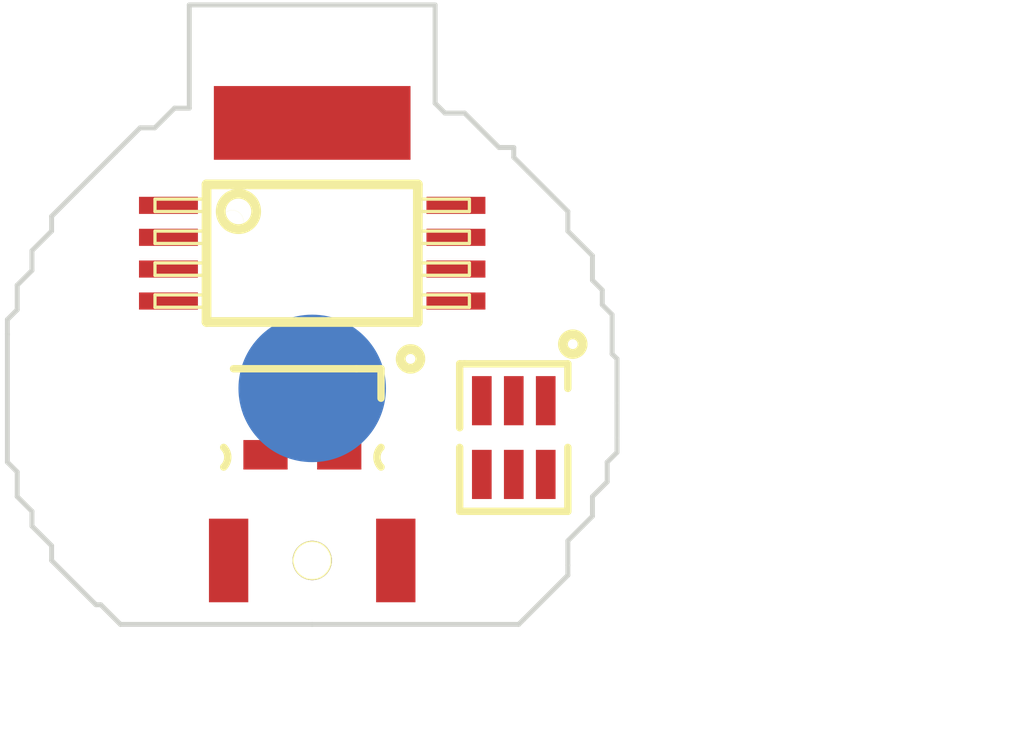
<source format=kicad_pcb>
(kicad_pcb (version 3) (host pcbnew "(2013-jul-07)-stable")

  (general
    (links 12)
    (no_connects 12)
    (area 43.204795 42.099999 68.446914 57.100001)
    (thickness 1.6)
    (drawings 72)
    (tracks 0)
    (zones 0)
    (modules 6)
    (nets 9)
  )

  (page A3)
  (layers
    (15 F.Cu signal)
    (0 B.Cu signal)
    (16 B.Adhes user)
    (17 F.Adhes user)
    (18 B.Paste user)
    (19 F.Paste user)
    (20 B.SilkS user)
    (21 F.SilkS user)
    (22 B.Mask user)
    (23 F.Mask user)
    (24 Dwgs.User user)
    (25 Cmts.User user)
    (26 Eco1.User user)
    (27 Eco2.User user)
    (28 Edge.Cuts user)
  )

  (setup
    (last_trace_width 0.254)
    (trace_clearance 0.254)
    (zone_clearance 0.508)
    (zone_45_only no)
    (trace_min 0.254)
    (segment_width 0.2)
    (edge_width 0.1)
    (via_size 0.889)
    (via_drill 0.635)
    (via_min_size 0.889)
    (via_min_drill 0.508)
    (uvia_size 0.508)
    (uvia_drill 0.127)
    (uvias_allowed no)
    (uvia_min_size 0.508)
    (uvia_min_drill 0.127)
    (pcb_text_width 0.3)
    (pcb_text_size 1.5 1.5)
    (mod_edge_width 0.15)
    (mod_text_size 1 1)
    (mod_text_width 0.15)
    (pad_size 4 1.5)
    (pad_drill 0)
    (pad_to_mask_clearance 0)
    (aux_axis_origin 0 0)
    (visible_elements FFFFFFBF)
    (pcbplotparams
      (layerselection 3178497)
      (usegerberextensions true)
      (excludeedgelayer true)
      (linewidth 0.150000)
      (plotframeref false)
      (viasonmask false)
      (mode 1)
      (useauxorigin false)
      (hpglpennumber 1)
      (hpglpenspeed 20)
      (hpglpendiameter 15)
      (hpglpenoverlay 2)
      (psnegative false)
      (psa4output false)
      (plotreference true)
      (plotvalue true)
      (plotothertext true)
      (plotinvisibletext false)
      (padsonsilk false)
      (subtractmaskfromsilk false)
      (outputformat 1)
      (mirror false)
      (drillshape 1)
      (scaleselection 1)
      (outputdirectory ""))
  )

  (net 0 "")
  (net 1 N-000001)
  (net 2 N-0000010)
  (net 3 N-000002)
  (net 4 N-000003)
  (net 5 N-000004)
  (net 6 N-000005)
  (net 7 N-000006)
  (net 8 N-000009)

  (net_class Default "This is the default net class."
    (clearance 0.254)
    (trace_width 0.254)
    (via_dia 0.889)
    (via_drill 0.635)
    (uvia_dia 0.508)
    (uvia_drill 0.127)
    (add_net "")
    (add_net N-000001)
    (add_net N-0000010)
    (add_net N-000002)
    (add_net N-000003)
    (add_net N-000004)
    (add_net N-000005)
    (add_net N-000006)
    (add_net N-000009)
  )

  (module 1PIN_SMD (layer F.Cu) (tedit 553BFB58) (tstamp 553954F5)
    (at 50 44.6)
    (descr "module 1 pin (ou trou mecanique de percage)")
    (tags DEV)
    (path /55394D54)
    (fp_text reference PV+1 (at 0 -1.5) (layer F.SilkS) hide
      (effects (font (size 1.016 1.016) (thickness 0.254)))
    )
    (fp_text value CONNECTOR (at 0 1.75) (layer F.SilkS) hide
      (effects (font (size 1.016 1.016) (thickness 0.254)))
    )
    (pad 1 smd rect (at 0 0) (size 4 1.5)
      (layers F.Cu F.Paste F.Mask)
      (net 7 N-000006)
    )
  )

  (module 1PIN_SMD (layer B.Cu) (tedit 55397601) (tstamp 553974A5)
    (at 50 50)
    (descr "module 1 pin (ou trou mecanique de percage)")
    (tags DEV)
    (path /55394D61)
    (fp_text reference PGND1 (at 0 3.50012) (layer B.SilkS) hide
      (effects (font (size 1.016 1.016) (thickness 0.254)) (justify mirror))
    )
    (fp_text value CONNECTOR (at 0.24892 -3.74904) (layer B.SilkS) hide
      (effects (font (size 1.016 1.016) (thickness 0.254)) (justify mirror))
    )
    (pad 1 smd circle (at 0 0) (size 3 3)
      (layers B.Cu B.Paste B.Mask)
      (net 2 N-0000010)
    )
  )

  (module TCS34725 (layer F.Cu) (tedit 550F1FE4) (tstamp 553C2719)
    (at 54.1 51 90)
    (path /55394A42)
    (fp_text reference IC-TCS3472 (at 0 -1.6 90) (layer F.SilkS) hide
      (effects (font (size 1 1) (thickness 0.15)))
    )
    (fp_text value TCS3472 (at 0 1.8 90) (layer F.SilkS) hide
      (effects (font (size 1 1) (thickness 0.15)))
    )
    (fp_line (start -0.2 -1.1) (end -1.5 -1.1) (layer F.SilkS) (width 0.15))
    (fp_line (start -1.5 -1.1) (end -1.5 1.1) (layer F.SilkS) (width 0.15))
    (fp_line (start -1.5 1.1) (end -0.2 1.1) (layer F.SilkS) (width 0.15))
    (fp_line (start 1 1.1) (end 1.5 1.1) (layer F.SilkS) (width 0.15))
    (fp_line (start 1.5 1.1) (end 1.5 -1) (layer F.SilkS) (width 0.15))
    (fp_line (start 1.5 -1) (end 1.5 -1.1) (layer F.SilkS) (width 0.15))
    (fp_line (start 1.5 -1.1) (end 0.2 -1.1) (layer F.SilkS) (width 0.15))
    (pad 1 smd rect (at 0.75 0.65 90) (size 1 0.4)
      (layers F.Cu F.Paste F.Mask)
      (net 7 N-000006)
    )
    (pad 2 smd rect (at 0.75 0 90) (size 1 0.4)
      (layers F.Cu F.Paste F.Mask)
      (net 4 N-000003)
    )
    (pad 3 smd rect (at 0.75 -0.65 90) (size 1 0.4)
      (layers F.Cu F.Paste F.Mask)
      (net 2 N-0000010)
    )
    (pad 4 smd rect (at -0.75 -0.65 90) (size 1 0.4)
      (layers F.Cu F.Paste F.Mask)
    )
    (pad 5 smd rect (at -0.75 0 90) (size 1 0.4)
      (layers F.Cu F.Paste F.Mask)
    )
    (pad 6 smd rect (at -0.75 0.65 90) (size 1 0.4)
      (layers F.Cu F.Paste F.Mask)
      (net 3 N-000002)
    )
  )

  (module SW_en-b3u-3615 (layer F.Cu) (tedit 5538140D) (tstamp 553C04B3)
    (at 50 53.5 180)
    (path /55394B50)
    (fp_text reference SW1 (at 0 1.8 180) (layer F.SilkS) hide
      (effects (font (size 1 1) (thickness 0.15)))
    )
    (fp_text value SW_PUSH (at 0 -1.9 180) (layer F.SilkS) hide
      (effects (font (size 1 1) (thickness 0.15)))
    )
    (fp_line (start -1.5 -1.25) (end 0 -1.25) (layer Dwgs.User) (width 0.15))
    (fp_line (start 0 1.25) (end 1.5 1.25) (layer Dwgs.User) (width 0.15))
    (fp_line (start 1.5 1.25) (end -1.5 1.25) (layer Dwgs.User) (width 0.15))
    (fp_line (start 0 -1.25) (end 0.25 -1.25) (layer Dwgs.User) (width 0.15))
    (fp_line (start 0.25 -1.25) (end 1.5 -1.25) (layer Dwgs.User) (width 0.15))
    (fp_line (start 0 1.25) (end 0.25 1.25) (layer Dwgs.User) (width 0.15))
    (pad 1 smd rect (at -1.7 0 180) (size 0.8 1.7)
      (layers F.Cu F.Paste F.Mask)
      (net 8 N-000009)
    )
    (pad 2 smd rect (at 1.7 0 180) (size 0.8 1.7)
      (layers F.Cu F.Paste F.Mask)
      (net 2 N-0000010)
    )
    (pad "" thru_hole circle (at 0 0 180) (size 0.8 0.8) (drill 0.75)
      (layers *.Cu *.Mask F.SilkS)
    )
  )

  (module HSMF-C114 (layer F.Cu) (tedit 550F0998) (tstamp 553C2769)
    (at 49.8 50.8 180)
    (path /55394A87)
    (fp_text reference LED1 (at 0 -1.7 180) (layer F.SilkS) hide
      (effects (font (size 1 1) (thickness 0.15)))
    )
    (fp_text value LED_ARGB (at 0.5 2.2 180) (layer F.SilkS) hide
      (effects (font (size 1 1) (thickness 0.15)))
    )
    (fp_arc (start 1.8 -0.6) (end 1.6 -0.4) (angle 90) (layer F.SilkS) (width 0.15))
    (fp_arc (start -1.8 -0.6) (end -1.6 -0.8) (angle 90) (layer F.SilkS) (width 0.15))
    (fp_line (start -1.1 1.2) (end 1.4 1.2) (layer F.SilkS) (width 0.15))
    (fp_line (start -1.6 0.6) (end -1.6 1.2) (layer F.SilkS) (width 0.15))
    (fp_line (start -1.6 1.2) (end -1.1 1.2) (layer F.SilkS) (width 0.15))
    (pad 1 smd rect (at -0.75 0.55 180) (size 0.9 0.6)
      (layers F.Cu F.Paste F.Mask)
      (net 7 N-000006)
    )
    (pad 2 smd rect (at -0.75 -0.55 180) (size 0.9 0.6)
      (layers F.Cu F.Paste F.Mask)
      (net 1 N-000001)
    )
    (pad 3 smd rect (at 0.75 -0.55 180) (size 0.9 0.6)
      (layers F.Cu F.Paste F.Mask)
      (net 6 N-000005)
    )
    (pad 4 smd rect (at 0.75 0.55 180) (size 0.9 0.6)
      (layers F.Cu F.Paste F.Mask)
      (net 5 N-000004)
    )
  )

  (module analog-devices-TSSOP8 (layer F.Cu) (tedit 553976DB) (tstamp 55395E0F)
    (at 50 47.25)
    (descr TSSOP)
    (tags TSSOP)
    (path /55394A25)
    (attr smd)
    (fp_text reference IC-ATTINY45 (at 0.24892 0) (layer F.SilkS) hide
      (effects (font (size 0.50038 0.50038) (thickness 0.09906)))
    )
    (fp_text value ATTINY45-S (at 0.5588 2.28854) (layer F.SilkS) hide
      (effects (font (size 1.27 1.27) (thickness 0.0889)))
    )
    (fp_line (start -3.19786 -0.84836) (end -2.19964 -0.84836) (layer F.SilkS) (width 0.06604))
    (fp_line (start -2.19964 -0.84836) (end -2.19964 -1.09982) (layer F.SilkS) (width 0.06604))
    (fp_line (start -3.19786 -1.09982) (end -2.19964 -1.09982) (layer F.SilkS) (width 0.06604))
    (fp_line (start -3.19786 -0.84836) (end -3.19786 -1.09982) (layer F.SilkS) (width 0.06604))
    (fp_line (start -3.19786 -0.19812) (end -2.19964 -0.19812) (layer F.SilkS) (width 0.06604))
    (fp_line (start -2.19964 -0.19812) (end -2.19964 -0.44958) (layer F.SilkS) (width 0.06604))
    (fp_line (start -3.19786 -0.44958) (end -2.19964 -0.44958) (layer F.SilkS) (width 0.06604))
    (fp_line (start -3.19786 -0.19812) (end -3.19786 -0.44958) (layer F.SilkS) (width 0.06604))
    (fp_line (start -3.19786 0.44958) (end -2.19964 0.44958) (layer F.SilkS) (width 0.06604))
    (fp_line (start -2.19964 0.44958) (end -2.19964 0.19812) (layer F.SilkS) (width 0.06604))
    (fp_line (start -3.19786 0.19812) (end -2.19964 0.19812) (layer F.SilkS) (width 0.06604))
    (fp_line (start -3.19786 0.44958) (end -3.19786 0.19812) (layer F.SilkS) (width 0.06604))
    (fp_line (start -3.19786 1.09982) (end -2.19964 1.09982) (layer F.SilkS) (width 0.06604))
    (fp_line (start -2.19964 1.09982) (end -2.19964 0.84836) (layer F.SilkS) (width 0.06604))
    (fp_line (start -3.19786 0.84836) (end -2.19964 0.84836) (layer F.SilkS) (width 0.06604))
    (fp_line (start -3.19786 1.09982) (end -3.19786 0.84836) (layer F.SilkS) (width 0.06604))
    (fp_line (start 2.19964 1.09982) (end 3.19786 1.09982) (layer F.SilkS) (width 0.06604))
    (fp_line (start 3.19786 1.09982) (end 3.19786 0.84836) (layer F.SilkS) (width 0.06604))
    (fp_line (start 2.19964 0.84836) (end 3.19786 0.84836) (layer F.SilkS) (width 0.06604))
    (fp_line (start 2.19964 1.09982) (end 2.19964 0.84836) (layer F.SilkS) (width 0.06604))
    (fp_line (start 2.19964 0.44958) (end 3.19786 0.44958) (layer F.SilkS) (width 0.06604))
    (fp_line (start 3.19786 0.44958) (end 3.19786 0.19812) (layer F.SilkS) (width 0.06604))
    (fp_line (start 2.19964 0.19812) (end 3.19786 0.19812) (layer F.SilkS) (width 0.06604))
    (fp_line (start 2.19964 0.44958) (end 2.19964 0.19812) (layer F.SilkS) (width 0.06604))
    (fp_line (start 2.19964 -0.19812) (end 3.19786 -0.19812) (layer F.SilkS) (width 0.06604))
    (fp_line (start 3.19786 -0.19812) (end 3.19786 -0.44958) (layer F.SilkS) (width 0.06604))
    (fp_line (start 2.19964 -0.44958) (end 3.19786 -0.44958) (layer F.SilkS) (width 0.06604))
    (fp_line (start 2.19964 -0.19812) (end 2.19964 -0.44958) (layer F.SilkS) (width 0.06604))
    (fp_line (start 2.19964 -0.84836) (end 3.19786 -0.84836) (layer F.SilkS) (width 0.06604))
    (fp_line (start 3.19786 -0.84836) (end 3.19786 -1.09982) (layer F.SilkS) (width 0.06604))
    (fp_line (start 2.19964 -1.09982) (end 3.19786 -1.09982) (layer F.SilkS) (width 0.06604))
    (fp_line (start 2.19964 -0.84836) (end 2.19964 -1.09982) (layer F.SilkS) (width 0.06604))
    (fp_line (start -2.14884 1.39954) (end 2.14884 1.39954) (layer F.SilkS) (width 0.19812))
    (fp_line (start 2.14884 1.39954) (end 2.14884 -1.39954) (layer F.SilkS) (width 0.19812))
    (fp_line (start 2.14884 -1.39954) (end -2.14884 -1.39954) (layer F.SilkS) (width 0.19812))
    (fp_line (start -2.14884 -1.39954) (end -2.14884 1.39954) (layer F.SilkS) (width 0.19812))
    (fp_circle (center -1.62306 -0.6477) (end -1.78308 -0.80772) (layer F.SilkS) (width 0.00254))
    (pad 1 smd rect (at -2.92354 -0.97282) (size 1.19888 0.34798)
      (layers F.Cu F.Paste F.Mask)
      (net 8 N-000009)
    )
    (pad 2 smd rect (at -2.92354 -0.32258) (size 1.19888 0.34798)
      (layers F.Cu F.Paste F.Mask)
      (net 5 N-000004)
    )
    (pad 3 smd rect (at -2.92354 0.32258) (size 1.19888 0.34798)
      (layers F.Cu F.Paste F.Mask)
      (net 6 N-000005)
    )
    (pad 4 smd rect (at -2.92354 0.97282) (size 1.19888 0.34798)
      (layers F.Cu F.Paste F.Mask)
      (net 2 N-0000010)
    )
    (pad 5 smd rect (at 2.92354 0.97282) (size 1.19888 0.34798)
      (layers F.Cu F.Paste F.Mask)
      (net 3 N-000002)
    )
    (pad 6 smd rect (at 2.92354 0.32258) (size 1.19888 0.34798)
      (layers F.Cu F.Paste F.Mask)
      (net 1 N-000001)
    )
    (pad 7 smd rect (at 2.92354 -0.32258) (size 1.19888 0.34798)
      (layers F.Cu F.Paste F.Mask)
      (net 4 N-000003)
    )
    (pad 8 smd rect (at 2.92354 -0.97282) (size 1.19888 0.34798)
      (layers F.Cu F.Paste F.Mask)
      (net 7 N-000006)
    )
  )

  (gr_line (start 55.2 53.6) (end 55.2 53.1) (angle 90) (layer Edge.Cuts) (width 0.1))
  (gr_line (start 50 54.8) (end 46.1 54.8) (angle 90) (layer Edge.Cuts) (width 0.1))
  (gr_line (start 45.7 54.4) (end 45.6 54.4) (angle 90) (layer Edge.Cuts) (width 0.1))
  (gr_line (start 46.1 54.8) (end 45.7 54.4) (angle 90) (layer Edge.Cuts) (width 0.1))
  (gr_line (start 55.2 53.8) (end 55.2 53.6) (angle 90) (layer Edge.Cuts) (width 0.1))
  (gr_line (start 54.3 54.7) (end 55.2 53.8) (angle 90) (layer Edge.Cuts) (width 0.1))
  (gr_line (start 54.2 54.8) (end 54.3 54.7) (angle 90) (layer Edge.Cuts) (width 0.1))
  (gr_line (start 50 54.8) (end 54.2 54.8) (angle 90) (layer Edge.Cuts) (width 0.1))
  (dimension 0.8 (width 0.3) (layer Dwgs.User)
    (gr_text "0.800 mm" (at 57.749999 55.9 270) (layer Dwgs.User)
      (effects (font (size 1.5 1.5) (thickness 0.3)))
    )
    (feature1 (pts (xy 50.7 56.3) (xy 59.099999 56.3)))
    (feature2 (pts (xy 50.7 55.5) (xy 59.099999 55.5)))
    (crossbar (pts (xy 56.399999 55.5) (xy 56.399999 56.3)))
    (arrow1a (pts (xy 56.399999 56.3) (xy 55.813579 55.173497)))
    (arrow1b (pts (xy 56.399999 56.3) (xy 56.986419 55.173497)))
    (arrow2a (pts (xy 56.399999 55.5) (xy 55.813579 56.626503)))
    (arrow2b (pts (xy 56.399999 55.5) (xy 56.986419 56.626503)))
  )
  (gr_line (start 50 53.5) (end 50 55.5) (angle 90) (layer Dwgs.User) (width 0.2))
  (dimension 12.600397 (width 0.3) (layer Dwgs.User)
    (gr_text "12.600 mm" (at 61.796914 50.094022 89.54528114) (layer Dwgs.User)
      (effects (font (size 1.5 1.5) (thickness 0.3)))
    )
    (feature1 (pts (xy 49.9 56.3) (xy 63.096871 56.404736)))
    (feature2 (pts (xy 50 43.7) (xy 63.196871 43.804736)))
    (crossbar (pts (xy 60.496957 43.783309) (xy 60.396957 56.383309)))
    (arrow1a (pts (xy 60.396957 56.383309) (xy 59.819495 55.252187)))
    (arrow1b (pts (xy 60.396957 56.383309) (xy 60.992299 55.261495)))
    (arrow2a (pts (xy 60.496957 43.783309) (xy 59.901615 44.905123)))
    (arrow2b (pts (xy 60.496957 43.783309) (xy 61.074419 44.914431)))
  )
  (gr_circle (center 52 49.4) (end 52 49.2) (layer F.SilkS) (width 0.2))
  (gr_circle (center 48.5 46.4) (end 48.8 46.6) (layer F.SilkS) (width 0.2))
  (gr_circle (center 55.3 49.1) (end 55.3 48.9) (layer F.SilkS) (width 0.2))
  (gr_line (start 47.5 44.3) (end 47.5 42.2) (angle 90) (layer Edge.Cuts) (width 0.1))
  (gr_line (start 47.2 44.3) (end 47.5 44.3) (angle 90) (layer Edge.Cuts) (width 0.1))
  (gr_line (start 47 44.5) (end 47.2 44.3) (angle 90) (layer Edge.Cuts) (width 0.1))
  (gr_line (start 46.8 44.7) (end 47 44.5) (angle 90) (layer Edge.Cuts) (width 0.1))
  (gr_line (start 46.5 44.7) (end 46.8 44.7) (angle 90) (layer Edge.Cuts) (width 0.1))
  (gr_line (start 46 45.2) (end 46.5 44.7) (angle 90) (layer Edge.Cuts) (width 0.1))
  (gr_line (start 45.5 45.7) (end 46 45.2) (angle 90) (layer Edge.Cuts) (width 0.1))
  (gr_line (start 45.2 46) (end 45.5 45.7) (angle 90) (layer Edge.Cuts) (width 0.1))
  (gr_line (start 44.7 46.5) (end 45.2 46) (angle 90) (layer Edge.Cuts) (width 0.1))
  (gr_line (start 44.7 46.8) (end 44.7 46.5) (angle 90) (layer Edge.Cuts) (width 0.1))
  (gr_line (start 44.3 47.2) (end 44.7 46.8) (angle 90) (layer Edge.Cuts) (width 0.1))
  (gr_line (start 44.3 47.6) (end 44.3 47.2) (angle 90) (layer Edge.Cuts) (width 0.1))
  (gr_line (start 44 47.9) (end 44.3 47.6) (angle 90) (layer Edge.Cuts) (width 0.1))
  (gr_line (start 44 48.4) (end 44 47.9) (angle 90) (layer Edge.Cuts) (width 0.1))
  (gr_line (start 43.8 48.6) (end 44 48.4) (angle 90) (layer Edge.Cuts) (width 0.1))
  (gr_line (start 43.8 48.9) (end 43.8 48.6) (angle 90) (layer Edge.Cuts) (width 0.1))
  (gr_line (start 43.8 51.5) (end 43.8 48.9) (angle 90) (layer Edge.Cuts) (width 0.1))
  (gr_line (start 44 51.7) (end 43.8 51.5) (angle 90) (layer Edge.Cuts) (width 0.1))
  (gr_line (start 44 52.2) (end 44 51.7) (angle 90) (layer Edge.Cuts) (width 0.1))
  (gr_line (start 44.3 52.5) (end 44 52.2) (angle 90) (layer Edge.Cuts) (width 0.1))
  (gr_line (start 44.3 52.8) (end 44.3 52.5) (angle 90) (layer Edge.Cuts) (width 0.1))
  (gr_line (start 44.7 53.2) (end 44.3 52.8) (angle 90) (layer Edge.Cuts) (width 0.1))
  (gr_line (start 44.7 53.5) (end 44.7 53.2) (angle 90) (layer Edge.Cuts) (width 0.1))
  (gr_line (start 45.6 54.4) (end 44.7 53.5) (angle 90) (layer Edge.Cuts) (width 0.1))
  (gr_line (start 55.5 52.8) (end 55.2 53.1) (angle 90) (layer Edge.Cuts) (width 0.1))
  (gr_line (start 55.7 52.6) (end 55.5 52.8) (angle 90) (layer Edge.Cuts) (width 0.1))
  (gr_line (start 55.7 52.2) (end 55.7 52.6) (angle 90) (layer Edge.Cuts) (width 0.1))
  (gr_line (start 56 51.9) (end 55.7 52.2) (angle 90) (layer Edge.Cuts) (width 0.1))
  (gr_line (start 56 51.5) (end 56 51.9) (angle 90) (layer Edge.Cuts) (width 0.1))
  (gr_line (start 56.2 51.3) (end 56 51.5) (angle 90) (layer Edge.Cuts) (width 0.1))
  (gr_line (start 56.2 51) (end 56.2 51.3) (angle 90) (layer Edge.Cuts) (width 0.1))
  (gr_line (start 56.2 50.3) (end 56.2 51) (angle 90) (layer Edge.Cuts) (width 0.1))
  (gr_line (start 56.2 49.4) (end 56.2 50.3) (angle 90) (layer Edge.Cuts) (width 0.1))
  (gr_line (start 56.1 49.3) (end 56.2 49.4) (angle 90) (layer Edge.Cuts) (width 0.1))
  (gr_line (start 56.1 48.5) (end 56.1 49.3) (angle 90) (layer Edge.Cuts) (width 0.1))
  (gr_line (start 55.9 48.3) (end 56.1 48.5) (angle 90) (layer Edge.Cuts) (width 0.1))
  (gr_line (start 55.9 48) (end 55.9 48.3) (angle 90) (layer Edge.Cuts) (width 0.1))
  (gr_line (start 55.7 47.8) (end 55.9 48) (angle 90) (layer Edge.Cuts) (width 0.1))
  (gr_line (start 55.7 47.3) (end 55.7 47.8) (angle 90) (layer Edge.Cuts) (width 0.1))
  (gr_line (start 55.2 46.8) (end 55.7 47.3) (angle 90) (layer Edge.Cuts) (width 0.1))
  (gr_line (start 55.2 46.4) (end 55.2 46.8) (angle 90) (layer Edge.Cuts) (width 0.1))
  (gr_line (start 54.9 46.1) (end 55.2 46.4) (angle 90) (layer Edge.Cuts) (width 0.1))
  (gr_line (start 54.4 45.6) (end 54.9 46.1) (angle 90) (layer Edge.Cuts) (width 0.1))
  (gr_line (start 54.1 45.3) (end 54.4 45.6) (angle 90) (layer Edge.Cuts) (width 0.1))
  (gr_line (start 54.1 45.1) (end 54.1 45.3) (angle 90) (layer Edge.Cuts) (width 0.1))
  (gr_line (start 53.8 45.1) (end 54.1 45.1) (angle 90) (layer Edge.Cuts) (width 0.1))
  (gr_line (start 53.4 44.7) (end 53.8 45.1) (angle 90) (layer Edge.Cuts) (width 0.1))
  (gr_line (start 53.1 44.4) (end 53.4 44.7) (angle 90) (layer Edge.Cuts) (width 0.1))
  (gr_line (start 52.7 44.4) (end 53.1 44.4) (angle 90) (layer Edge.Cuts) (width 0.1))
  (gr_line (start 52.5 44.2) (end 52.7 44.4) (angle 90) (layer Edge.Cuts) (width 0.1))
  (gr_line (start 52.5 42.2) (end 52.5 44.2) (angle 90) (layer Edge.Cuts) (width 0.1))
  (gr_line (start 47.5 42.2) (end 52.5 42.2) (angle 90) (layer Edge.Cuts) (width 0.1))
  (gr_line (start 47.5 42.2) (end 47.5 44.2) (angle 90) (layer Dwgs.User) (width 0.2))
  (gr_line (start 50 42.2) (end 47.5 42.2) (angle 90) (layer Dwgs.User) (width 0.2))
  (gr_line (start 52.5 42.2) (end 52.5 44.2) (angle 90) (layer Dwgs.User) (width 0.2))
  (gr_line (start 50 42.2) (end 52.5 42.2) (angle 90) (layer Dwgs.User) (width 0.2))
  (gr_line (start 50 43.7) (end 50 42.2) (angle 90) (layer Dwgs.User) (width 0.2))
  (gr_circle (center 50 50) (end 56.25 50) (layer Dwgs.User) (width 0.2))

)

</source>
